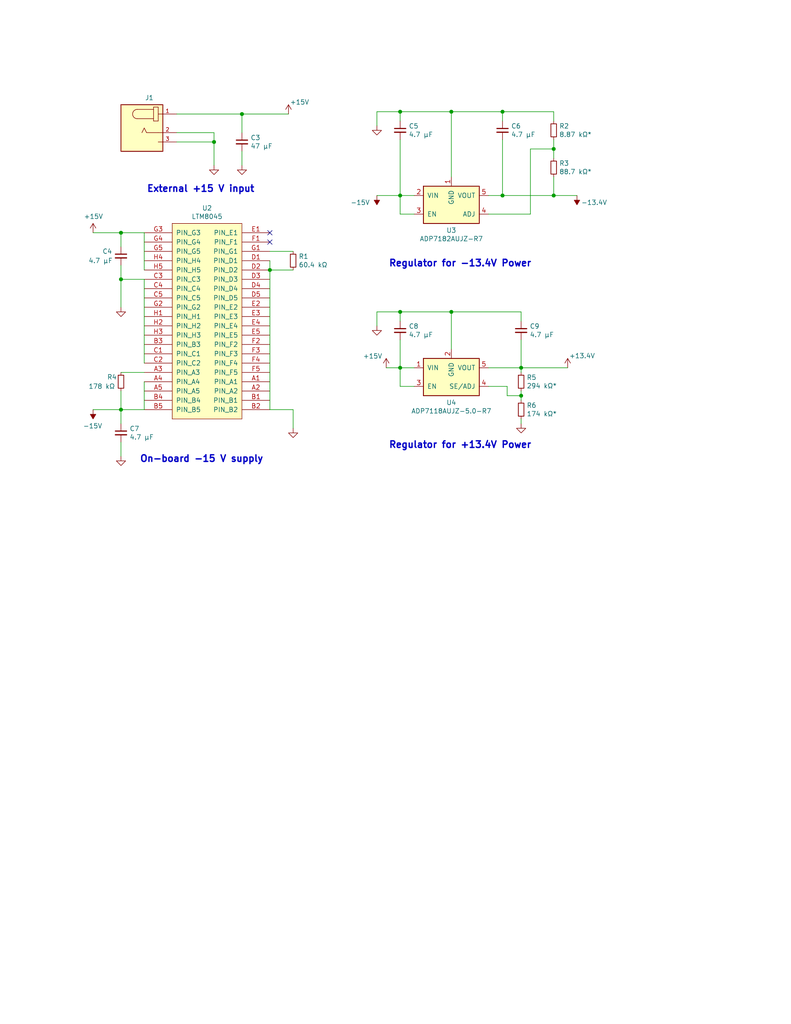
<source format=kicad_sch>
(kicad_sch (version 20230121) (generator eeschema)
  (paper "USLetter" portrait)
  (title_block (title "MYSTAT") (date "2024-05-04") (rev "1") (company "USB-Controlled Potentiostat/Galvanostat") (comment 1 "Based on TDSTATv3 designed by Thomas Dobbelaere") (comment 2 "by Matthew Yates"))
  (lib_symbols
    (symbol "Device:C_Small" (pin_numbers hide) (pin_names (offset 0.254) hide)
      (property "Reference" "C" (at 0.254 1.778 0))
      (property "Value" "C_Small" (at 0.254 -2.032 0))
      (symbol "C_Small_0_1"
        (polyline (pts (xy -1.524 -0.508) (xy 1.524 -0.508)) (stroke (width 0.3302)))
        (polyline (pts (xy -1.524 0.508) (xy 1.524 0.508)) (stroke (width 0.3048)))
      )
      (symbol "C_Small_1_1"
        (pin passive line (at 0 2.54 270) (length 2.032) (name "~") (number "1"))
        (pin passive line (at 0 -2.54 90) (length 2.032) (name "~") (number "2"))
      )
    )
    (symbol "Device:R_Small" (pin_numbers hide) (pin_names (offset 0.254) hide)
      (property "Reference" "R" (at 0.762 0.508 0))
      (property "Value" "R_Small" (at 0.762 -1.016 0))
      (symbol "R_Small_0_1"
        (rectangle (start -0.762 1.778) (end 0.762 -1.778) (stroke (width 0.2032)))
      )
      (symbol "R_Small_1_1"
        (pin passive line (at 0 2.54 270) (length 0.762) (name "~") (number "1"))
        (pin passive line (at 0 -2.54 90) (length 0.762) (name "~") (number "2"))
      )
    )
    (symbol "mylib:+13.4V" (power) (pin_names (offset 0))
      (property "Value" "+13.4V" (at 0 3.556 0))
      (symbol "+13.4V_0_1"
        (polyline (pts (xy -0.762 1.27) (xy 0 2.54)))
        (polyline (pts (xy 0 0) (xy 0 2.54)))
        (polyline (pts (xy 0 2.54) (xy 0.762 1.27)))
      )
      (symbol "+13.4V_1_1"
        (pin power_in line (at 0 0 90) (length 0) hide (name "+13.4V") (number "1"))
      )
    )
    (symbol "mylib:-13.4V" (power) (pin_names (offset 0))
      (property "Value" "-13.4V" (at 0 3.81 0))
      (symbol "-13.4V_0_0"
        (pin power_in line (at 0 0 90) (length 0) hide (name "-13.4V") (number "1"))
      )
      (symbol "-13.4V_0_1"
        (polyline (pts (xy 0 0) (xy 0 1.27) (xy 0.762 1.27) (xy 0 2.54) (xy -0.762 1.27) (xy 0 1.27)) (fill (type outline)))
      )
    )
    (symbol "mylib:ADP7118AUJZ-5.0-R7" (pin_names (offset 1.016))
      (property "Reference" "U" (at 0 -7.62 0))
      (property "Value" "ADP7118AUJZ-5.0-R7" (at 0 -6.35 0))
      (symbol "ADP7118AUJZ-5.0-R7_0_1"
        (rectangle (start -7.62 5.08) (end 7.62 -5.08) (stroke (width 0.254)) (fill (type background)))
      )
      (symbol "ADP7118AUJZ-5.0-R7_1_1"
        (pin power_in line (at -10.16 2.54 0) (length 2.54) (name "VIN") (number "1"))
        (pin passive line (at 0 7.62 270) (length 2.54) (name "GND") (number "2"))
        (pin passive line (at -10.16 -2.54 0) (length 2.54) (name "EN") (number "3"))
        (pin passive line (at 10.16 -2.54 180) (length 2.54) (name "SE/ADJ") (number "4"))
        (pin power_out line (at 10.16 2.54 180) (length 2.54) (name "VOUT") (number "5"))
      )
    )
    (symbol "mylib:ADP7182AUJZ-R7" (pin_names (offset 1.016))
      (property "Reference" "U" (at 0 -7.62 0))
      (property "Value" "ADP7182AUJZ-R7" (at 0 -6.35 0))
      (symbol "ADP7182AUJZ-R7_0_1"
        (rectangle (start -7.62 5.08) (end 7.62 -5.08) (stroke (width 0.254)) (fill (type background)))
      )
      (symbol "ADP7182AUJZ-R7_1_1"
        (pin passive line (at 0 7.62 270) (length 2.54) (name "GND") (number "1"))
        (pin power_in line (at -10.16 2.54 0) (length 2.54) (name "VIN") (number "2"))
        (pin passive line (at -10.16 -2.54 0) (length 2.54) (name "EN") (number "3"))
        (pin passive line (at 10.16 -2.54 180) (length 2.54) (name "ADJ") (number "4"))
        (pin power_out line (at 10.16 2.54 180) (length 2.54) (name "VOUT") (number "5"))
      )
    )
    (symbol "mylib:LTM8045" (pin_names (offset 1.016))
      (property "Reference" "U" (at 0 -27.94 0))
      (property "Value" "LTM8045" (at 0 30.48 0))
      (symbol "LTM8045_0_1"
        (rectangle (start -10.16 27.94) (end 8.89 -25.4) (fill (type background)))
      )
      (symbol "LTM8045_1_1"
        (pin passive line (at 16.51 -15.24 180) (length 7.62) (name "PIN_A1") (number "A1"))
        (pin passive line (at 16.51 -17.78 180) (length 7.62) (name "PIN_A2") (number "A2"))
        (pin passive line (at -17.78 -12.7 0) (length 7.62) (name "PIN_A3") (number "A3"))
        (pin passive line (at -17.78 -15.24 0) (length 7.62) (name "PIN_A4") (number "A4"))
        (pin passive line (at -17.78 -17.78 0) (length 7.62) (name "PIN_A5") (number "A5"))
        (pin passive line (at 16.51 -20.32 180) (length 7.62) (name "PIN_B1") (number "B1"))
        (pin passive line (at 16.51 -22.86 180) (length 7.62) (name "PIN_B2") (number "B2"))
        (pin passive line (at -17.78 -5.08 0) (length 7.62) (name "PIN_B3") (number "B3"))
        (pin passive line (at -17.78 -20.32 0) (length 7.62) (name "PIN_B4") (number "B4"))
        (pin power_out line (at -17.78 -22.86 0) (length 7.62) (name "PIN_B5") (number "B5"))
        (pin passive line (at -17.78 -7.62 0) (length 7.62) (name "PIN_C1") (number "C1"))
        (pin passive line (at -17.78 -10.16 0) (length 7.62) (name "PIN_C2") (number "C2"))
        (pin passive line (at -17.78 12.7 0) (length 7.62) (name "PIN_C3") (number "C3"))
        (pin passive line (at -17.78 10.16 0) (length 7.62) (name "PIN_C4") (number "C4"))
        (pin passive line (at -17.78 7.62 0) (length 7.62) (name "PIN_C5") (number "C5"))
        (pin passive line (at 16.51 17.78 180) (length 7.62) (name "PIN_D1") (number "D1"))
        (pin passive line (at 16.51 15.24 180) (length 7.62) (name "PIN_D2") (number "D2"))
        (pin passive line (at 16.51 12.7 180) (length 7.62) (name "PIN_D3") (number "D3"))
        (pin passive line (at 16.51 10.16 180) (length 7.62) (name "PIN_D4") (number "D4"))
        (pin passive line (at 16.51 7.62 180) (length 7.62) (name "PIN_D5") (number "D5"))
        (pin passive line (at 16.51 25.4 180) (length 7.62) (name "PIN_E1") (number "E1"))
        (pin passive line (at 16.51 5.08 180) (length 7.62) (name "PIN_E2") (number "E2"))
        (pin passive line (at 16.51 2.54 180) (length 7.62) (name "PIN_E3") (number "E3"))
        (pin passive line (at 16.51 0 180) (length 7.62) (name "PIN_E4") (number "E4"))
        (pin passive line (at 16.51 -2.54 180) (length 7.62) (name "PIN_E5") (number "E5"))
        (pin passive line (at 16.51 22.86 180) (length 7.62) (name "PIN_F1") (number "F1"))
        (pin passive line (at 16.51 -5.08 180) (length 7.62) (name "PIN_F2") (number "F2"))
        (pin passive line (at 16.51 -7.62 180) (length 7.62) (name "PIN_F3") (number "F3"))
        (pin passive line (at 16.51 -10.16 180) (length 7.62) (name "PIN_F4") (number "F4"))
        (pin passive line (at 16.51 -12.7 180) (length 7.62) (name "PIN_F5") (number "F5"))
        (pin passive line (at 16.51 20.32 180) (length 7.62) (name "PIN_G1") (number "G1"))
        (pin passive line (at -17.78 5.08 0) (length 7.62) (name "PIN_G2") (number "G2"))
        (pin power_in line (at -17.78 25.4 0) (length 7.62) (name "PIN_G3") (number "G3"))
        (pin power_in line (at -17.78 22.86 0) (length 7.62) (name "PIN_G4") (number "G4"))
        (pin power_in line (at -17.78 20.32 0) (length 7.62) (name "PIN_G5") (number "G5"))
        (pin passive line (at -17.78 2.54 0) (length 7.62) (name "PIN_H1") (number "H1"))
        (pin passive line (at -17.78 0 0) (length 7.62) (name "PIN_H2") (number "H2"))
        (pin passive line (at -17.78 -2.54 0) (length 7.62) (name "PIN_H3") (number "H3"))
        (pin power_in line (at -17.78 17.78 0) (length 7.62) (name "PIN_H4") (number "H4"))
        (pin power_in line (at -17.78 15.24 0) (length 7.62) (name "PIN_H5") (number "H5"))
      )
    )
    (symbol "mylib:PJ-063AH" (pin_names (offset 1.016) hide)
      (property "Reference" "J" (at -5.08 6.35 0))
      (symbol "PJ-063AH_0_0"
        (arc (start -5.715 3.81) (mid -6.9794 2.54) (end -5.715 1.27) (stroke (width 0.1524)))
        (polyline (pts (xy -5.715 3.81) (xy -1.27 3.81)) (stroke (width 0.1524)))
        (polyline (pts (xy -3.81 -1.27) (xy -4.445 -2.54)) (stroke (width 0.1524)))
        (polyline (pts (xy -3.175 -2.54) (xy -3.81 -1.27)) (stroke (width 0.1524)))
        (polyline (pts (xy -1.27 0.635) (xy 0 0.635)) (stroke (width 0.1524)))
        (polyline (pts (xy -1.27 1.27) (xy -5.715 1.27)) (stroke (width 0.1524)))
        (polyline (pts (xy -1.27 1.27) (xy -1.27 0.635)) (stroke (width 0.1524)))
        (polyline (pts (xy -1.27 3.81) (xy -1.27 1.27)) (stroke (width 0.1524)))
        (polyline (pts (xy -1.27 4.445) (xy -1.27 3.81)) (stroke (width 0.1524)))
        (polyline (pts (xy 0 -2.54) (xy -3.175 -2.54)) (stroke (width 0.1524)))
        (polyline (pts (xy 0 0.635) (xy 0 4.445)) (stroke (width 0.1524)))
        (polyline (pts (xy 0 4.445) (xy -1.27 4.445)) (stroke (width 0.1524)))
        (pin power_out line (at 5.08 2.54 180) (length 5.08) (name "1") (number "1"))
        (pin passive line (at 5.08 -2.54 180) (length 5.08) (name "2") (number "2"))
        (pin passive line (at 5.08 -5.08 180) (length 5.08) (name "SHIELD") (number "3"))
      )
      (symbol "PJ-063AH_1_1"
        (rectangle (start -10.16 5.08) (end 1.27 -7.62) (stroke (width 0.254)) (fill (type background)))
      )
    )
    (symbol "power:+15V" (power) (pin_names (offset 0))
      (property "Value" "+15V" (at 0 3.556 0))
      (symbol "+15V_0_1"
        (polyline (pts (xy -0.762 1.27) (xy 0 2.54)))
        (polyline (pts (xy 0 0) (xy 0 2.54)))
        (polyline (pts (xy 0 2.54) (xy 0.762 1.27)))
      )
      (symbol "+15V_1_1"
        (pin power_in line (at 0 0 90) (length 0) hide (name "+15V") (number "1"))
      )
    )
    (symbol "power:-15V" (power) (pin_names (offset 0))
      (property "Value" "-15V" (at 0 3.81 0))
      (symbol "-15V_0_0"
        (pin power_in line (at 0 0 90) (length 0) hide (name "-15V") (number "1"))
      )
      (symbol "-15V_0_1"
        (polyline (pts (xy 0 0) (xy 0 1.27) (xy 0.762 1.27) (xy 0 2.54) (xy -0.762 1.27) (xy 0 1.27)) (fill (type outline)))
      )
    )
    (symbol "power:GND" (power) (pin_names (offset 0))
      (property "Value" "GND" (at 0 -3.81 0))
      (symbol "GND_0_1"
        (polyline (pts (xy 0 0) (xy 0 -1.27) (xy 1.27 -1.27) (xy 0 -2.54) (xy -1.27 -1.27) (xy 0 -1.27)))
      )
      (symbol "GND_1_1"
        (pin power_in line (at 0 0 270) (length 0) hide (name "GND") (number "1"))
      )
    )
  )
  (junction (at 109.22 85.09))
  (junction (at 137.16 30.48))
  (junction (at 142.24 107.95))
  (junction (at 109.22 30.48))
  (junction (at 73.66 73.66))
  (junction (at 151.13 53.34))
  (junction (at 66.04 31.115))
  (junction (at 33.02 76.2))
  (junction (at 109.22 53.34))
  (junction (at 137.16 53.34))
  (junction (at 123.19 30.48))
  (junction (at 123.19 85.09))
  (junction (at 58.42 38.735))
  (junction (at 33.02 63.5))
  (junction (at 33.02 111.76))
  (junction (at 109.22 100.33))
  (junction (at 151.13 40.64))
  (junction (at 142.24 100.33))
  (no_connect (at 73.66 63.5))
  (no_connect (at 73.66 66.04))
  (wire (pts (xy 48.26 38.735) (xy 58.42 38.735)))
  (wire (pts (xy 113.03 100.33) (xy 109.22 100.33)))
  (wire (pts (xy 137.16 33.02) (xy 137.16 30.48)))
  (wire (pts (xy 109.22 100.33) (xy 105.41 100.33)))
  (wire (pts (xy 151.13 53.34) (xy 137.16 53.34)))
  (wire (pts (xy 66.04 41.275) (xy 66.04 45.085)))
  (wire (pts (xy 33.02 106.68) (xy 33.02 111.76)))
  (wire (pts (xy 151.13 40.64) (xy 151.13 43.18)))
  (wire (pts (xy 109.22 38.1) (xy 109.22 53.34)))
  (wire (pts (xy 137.16 30.48) (xy 123.19 30.48)))
  (wire (pts (xy 109.22 85.09) (xy 102.87 85.09)))
  (wire (pts (xy 58.42 36.195) (xy 58.42 38.735)))
  (wire (pts (xy 33.02 111.76) (xy 25.4 111.76)))
  (wire (pts (xy 109.22 85.09) (xy 123.19 85.09)))
  (wire (pts (xy 138.43 105.41) (xy 133.35 105.41)))
  (wire (pts (xy 48.26 36.195) (xy 58.42 36.195)))
  (wire (pts (xy 39.37 101.6) (xy 33.02 101.6)))
  (wire (pts (xy 33.02 72.39) (xy 33.02 76.2)))
  (wire (pts (xy 142.24 114.3) (xy 142.24 115.57)))
  (wire (pts (xy 39.37 111.76) (xy 33.02 111.76)))
  (wire (pts (xy 142.24 100.33) (xy 142.24 101.6)))
  (wire (pts (xy 109.22 105.41) (xy 113.03 105.41)))
  (wire (pts (xy 73.66 73.66) (xy 73.66 111.76)))
  (wire (pts (xy 58.42 38.735) (xy 58.42 45.085)))
  (wire (pts (xy 109.22 58.42) (xy 109.22 53.34)))
  (wire (pts (xy 133.35 100.33) (xy 142.24 100.33)))
  (wire (pts (xy 144.78 40.64) (xy 151.13 40.64)))
  (wire (pts (xy 66.04 36.195) (xy 66.04 31.115)))
  (wire (pts (xy 109.22 53.34) (xy 113.03 53.34)))
  (wire (pts (xy 33.02 76.2) (xy 33.02 83.82)))
  (wire (pts (xy 123.19 48.26) (xy 123.19 30.48)))
  (wire (pts (xy 39.37 104.14) (xy 39.37 111.76)))
  (wire (pts (xy 109.22 85.09) (xy 109.22 87.63)))
  (wire (pts (xy 33.02 120.65) (xy 33.02 124.46)))
  (wire (pts (xy 109.22 30.48) (xy 109.22 33.02)))
  (wire (pts (xy 39.37 76.2) (xy 39.37 99.06)))
  (wire (pts (xy 73.66 68.58) (xy 80.01 68.58)))
  (wire (pts (xy 151.13 38.1) (xy 151.13 40.64)))
  (wire (pts (xy 151.13 33.02) (xy 151.13 30.48)))
  (wire (pts (xy 137.16 38.1) (xy 137.16 53.34)))
  (wire (pts (xy 137.16 53.34) (xy 133.35 53.34)))
  (wire (pts (xy 151.13 48.26) (xy 151.13 53.34)))
  (wire (pts (xy 123.19 30.48) (xy 109.22 30.48)))
  (wire (pts (xy 80.01 111.76) (xy 80.01 116.84)))
  (wire (pts (xy 73.66 73.66) (xy 80.01 73.66)))
  (wire (pts (xy 123.19 95.25) (xy 123.19 85.09)))
  (wire (pts (xy 123.19 85.09) (xy 142.24 85.09)))
  (wire (pts (xy 33.02 63.5) (xy 33.02 67.31)))
  (wire (pts (xy 113.03 58.42) (xy 109.22 58.42)))
  (wire (pts (xy 73.66 71.12) (xy 73.66 73.66)))
  (wire (pts (xy 109.22 30.48) (xy 102.87 30.48)))
  (wire (pts (xy 66.04 31.115) (xy 78.74 31.115)))
  (wire (pts (xy 142.24 100.33) (xy 154.94 100.33)))
  (wire (pts (xy 142.24 106.68) (xy 142.24 107.95)))
  (wire (pts (xy 39.37 76.2) (xy 33.02 76.2)))
  (wire (pts (xy 151.13 30.48) (xy 137.16 30.48)))
  (wire (pts (xy 142.24 92.71) (xy 142.24 100.33)))
  (wire (pts (xy 39.37 63.5) (xy 33.02 63.5)))
  (wire (pts (xy 109.22 92.71) (xy 109.22 100.33)))
  (wire (pts (xy 102.87 85.09) (xy 102.87 88.9)))
  (wire (pts (xy 102.87 53.34) (xy 109.22 53.34)))
  (wire (pts (xy 142.24 107.95) (xy 142.24 109.22)))
  (wire (pts (xy 109.22 100.33) (xy 109.22 105.41)))
  (wire (pts (xy 133.35 58.42) (xy 144.78 58.42)))
  (wire (pts (xy 142.24 87.63) (xy 142.24 85.09)))
  (wire (pts (xy 102.87 30.48) (xy 102.87 34.29)))
  (wire (pts (xy 33.02 63.5) (xy 25.4 63.5)))
  (wire (pts (xy 48.26 31.115) (xy 66.04 31.115)))
  (wire (pts (xy 33.02 111.76) (xy 33.02 115.57)))
  (wire (pts (xy 73.66 111.76) (xy 80.01 111.76)))
  (wire (pts (xy 39.37 63.5) (xy 39.37 73.66)))
  (wire (pts (xy 151.13 53.34) (xy 157.48 53.34)))
  (wire (pts (xy 142.24 107.95) (xy 138.43 107.95)))
  (wire (pts (xy 144.78 58.42) (xy 144.78 40.64)))
  (wire (pts (xy 138.43 107.95) (xy 138.43 105.41)))
  (text "Regulator for -13.4V Power" (at 106.045 73.025 0) (effects (font (size 1.8034 1.8034) (thickness 0.3607) bold) (justify left bottom)))
  (text "Regulator for +13.4V Power" (at 106.045 122.555 0) (effects (font (size 1.8034 1.8034) (thickness 0.3607) bold) (justify left bottom)))
  (text "On-board -15 V supply" (at 38.1 126.365 0) (effects (font (size 1.8034 1.8034) (thickness 0.3607) bold) (justify left bottom)))
  (text "External +15 V input" (at 40.005 52.705 0) (effects (font (size 1.8034 1.8034) (thickness 0.3607) bold) (justify left bottom)))
  (symbol (lib_id "mylib:LTM8045") (at 57.15 88.9 0) (unit 1)
    (property "Reference" "U2" (at 56.515 56.769 0))
    (property "Value" "LTM8045" (at 56.515 59.0804 0))
    (property "Footprint" "MODULE" (effects hide))
    (property "Datasheet" "DOCUMENTATION" (effects hide))
    (property "Manufacturer" "Linear Technology/Analog Devices" (effects hide))
    (property "Part Number" "LTM8045IY" (effects hide))
  )
  (symbol (lib_id "Device:R_Small") (at 80.01 71.12 0) (unit 1)
    (property "Reference" "R1" (at 81.5086 69.9516 0) (effects (justify left)))
    (property "Value" "60.4 kΩ" (at 81.5086 72.263 0) (effects (justify left)))
    (property "Footprint" "Resistor_SMD:R_0805_2012Metric" (effects hide))
    (property "Datasheet" "https://industrial.panasonic.com/cdbs/www-data/pdf/RDA0000/AOA0000C304.pdf" (effects hide))
    (property "Manufacturer" "Panasonic Electronic Components" (effects hide))
    (property "Part Number" "ERJ-6ENF6042V" (effects hide))
  )
  (symbol (lib_id "power:+15V") (at 25.4 63.5 0) (unit 1)
    (property "Reference" "#PWR07" (effects hide))
    (property "Value" "+15V" (at 22.86 59.055 0) (effects (justify left)))
  )
  (symbol (lib_id "power:-15V") (at 25.4 111.76 180) (unit 1)
    (property "Reference" "#PWR012" (effects hide))
    (property "Value" "-15V" (at 27.94 116.205 0) (effects (justify left)))
  )
  (symbol (lib_id "power:GND") (at 80.01 116.84 0) (unit 1)
    (property "Reference" "#PWR013" (effects hide))
    (property "Value" "GND" (effects hide))
  )
  (symbol (lib_id "Device:R_Small") (at 33.02 104.14 0) (unit 1)
    (property "Reference" "R4" (at 29.21 102.87 0) (effects (justify left)))
    (property "Value" "178 kΩ" (at 24.13 105.41 0) (effects (justify left)))
    (property "Footprint" "Resistor_SMD:R_0805_2012Metric" (effects hide))
    (property "Datasheet" "https://industrial.panasonic.com/cdbs/www-data/pdf/RDA0000/AOA0000C304.pdf" (effects hide))
    (property "Manufacturer" "Panasonic Electronic Components" (effects hide))
    (property "Part Number" "ERJ-6ENF1783V" (effects hide))
  )
  (symbol (lib_id "power:GND") (at 33.02 83.82 0) (unit 1)
    (property "Reference" "#PWR08" (effects hide))
    (property "Value" "GND" (effects hide))
  )
  (symbol (lib_id "Device:C_Small") (at 33.02 118.11 0) (unit 1)
    (property "Reference" "C7" (at 35.3568 116.9416 0) (effects (justify left)))
    (property "Value" "4.7 μF" (at 35.3568 119.253 0) (effects (justify left)))
    (property "Footprint" "Capacitor_SMD:C_1206_3216Metric" (effects hide))
    (property "Datasheet" "http://www.samsungsem.com/kr/support/product-search/mlcc/CL31B475KBHNNNE.jsp" (effects hide))
    (property "Manufacturer" "Samsung Electro-Mechanics" (effects hide))
    (property "Part Number" "CL31B475KBHNNNE" (effects hide))
  )
  (symbol (lib_id "power:GND") (at 33.02 124.46 0) (unit 1)
    (property "Reference" "#PWR014" (effects hide))
    (property "Value" "GND" (effects hide))
  )
  (symbol (lib_id "Device:C_Small") (at 33.02 69.85 0) (unit 1)
    (property "Reference" "C4" (at 27.94 68.58 0) (effects (justify left)))
    (property "Value" "4.7 μF" (at 24.13 71.12 0) (effects (justify left)))
    (property "Footprint" "Capacitor_SMD:C_1206_3216Metric" (effects hide))
    (property "Datasheet" "http://www.samsungsem.com/kr/support/product-search/mlcc/CL31B475KBHNNNE.jsp" (effects hide))
    (property "Manufacturer" "Samsung Electro-Mechanics" (effects hide))
    (property "Part Number" "CL31B475KBHNNNE" (effects hide))
  )
  (symbol (lib_id "power:+15V") (at 78.74 31.115 0) (unit 1)
    (property "Reference" "#PWR01" (effects hide))
    (property "Value" "+15V" (at 79.121 27.8638 0) (effects (justify left)))
  )
  (symbol (lib_id "power:GND") (at 58.42 45.085 0) (unit 1)
    (property "Reference" "#PWR05" (effects hide))
    (property "Value" "GND" (effects hide))
  )
  (symbol (lib_id "Device:C_Small") (at 66.04 38.735 0) (unit 1)
    (property "Reference" "C3" (at 68.3768 37.5666 0) (effects (justify left)))
    (property "Value" "47 μF" (at 68.3768 39.878 0) (effects (justify left)))
    (property "Footprint" "my_footprints:EEE-FT1V470AR" (effects hide))
    (property "Datasheet" "http://www.rubycon.co.jp/en/catalog/e_pdfs/aluminum/e_zlh.pdf" (effects hide))
    (property "Manufacturer" "Panasonic Electronic Components" (effects hide))
    (property "Part Number" "EEE-FT1V470AR" (effects hide))
  )
  (symbol (lib_id "power:GND") (at 66.04 45.085 0) (unit 1)
    (property "Reference" "#PWR06" (effects hide))
    (property "Value" "GND" (effects hide))
  )
  (symbol (lib_id "mylib:ADP7118AUJZ-5.0-R7") (at 123.19 102.87 0) (unit 1)
    (property "Reference" "U4" (at 123.19 109.8296 0))
    (property "Value" "ADP7118AUJZ-5.0-R7" (at 123.19 112.141 0))
    (property "Footprint" "Package_TO_SOT_SMD:TSOT-23-5" (effects hide))
    (property "Datasheet" "http://www.analog.com/media/en/technical-documentation/data-sheets/ADP7118.pdf" (effects hide))
    (property "Manufacturer" "Analog Devices Inc." (effects hide))
    (property "Part Number" "ADP7118AUJZ-5.0-R7" (effects hide))
  )
  (symbol (lib_id "Device:C_Small") (at 109.22 90.17 0) (unit 1)
    (property "Reference" "C8" (at 111.5568 89.0016 0) (effects (justify left)))
    (property "Value" "4.7 µF" (at 111.5568 91.313 0) (effects (justify left)))
    (property "Footprint" "Capacitor_SMD:C_0805_2012Metric" (effects hide))
    (property "Datasheet" "https://product.tdk.com/info/en/catalog/datasheets/mlcc_commercial_general_en.pdf" (effects hide))
    (property "Manufacturer" "TDK Corporation" (effects hide))
    (property "Part Number" "C2012X7R1V475K125AC" (effects hide))
  )
  (symbol (lib_id "Device:C_Small") (at 142.24 90.17 0) (unit 1)
    (property "Reference" "C9" (at 144.5768 89.0016 0) (effects (justify left)))
    (property "Value" "4.7 µF" (at 144.5768 91.313 0) (effects (justify left)))
    (property "Footprint" "Capacitor_SMD:C_0805_2012Metric" (effects hide))
    (property "Datasheet" "https://product.tdk.com/info/en/catalog/datasheets/mlcc_commercial_general_en.pdf" (effects hide))
    (property "Manufacturer" "TDK Corporation" (effects hide))
    (property "Part Number" "C2012X7R1V475K125AC" (effects hide))
  )
  (symbol (lib_id "power:GND") (at 102.87 88.9 0) (unit 1)
    (property "Reference" "#PWR015" (effects hide))
    (property "Value" "GND" (effects hide))
  )
  (symbol (lib_id "power:+15V") (at 105.41 100.33 0) (unit 1)
    (property "Reference" "#PWR016" (effects hide))
    (property "Value" "+15V" (at 99.06 97.155 0) (effects (justify left)))
  )
  (symbol (lib_id "power:-15V") (at 102.87 53.34 180) (unit 1)
    (property "Reference" "#PWR010" (effects hide))
    (property "Value" "-15V" (at 100.965 55.245 0) (effects (justify left)))
  )
  (symbol (lib_id "Device:R_Small") (at 142.24 104.14 0) (unit 1)
    (property "Reference" "R5" (at 143.7386 102.9716 0) (effects (justify left)))
    (property "Value" "294 kΩ*" (at 143.7386 105.283 0) (effects (justify left)))
    (property "Footprint" "Resistor_SMD:R_0805_2012Metric" (effects hide))
    (property "Datasheet" "https://industrial.panasonic.com/cdbs/www-data/pdf/RDM0000/AOA0000C328.pdf" (effects hide))
    (property "Manufacturer" "Panasonic Electronic Components" (effects hide))
    (property "Part Number" "ERJ-PB6B2943V" (effects hide))
  )
  (symbol (lib_id "Device:R_Small") (at 142.24 111.76 0) (unit 1)
    (property "Reference" "R6" (at 143.7386 110.5916 0) (effects (justify left)))
    (property "Value" "174 kΩ*" (at 143.7386 112.903 0) (effects (justify left)))
    (property "Footprint" "Resistor_SMD:R_0805_2012Metric" (effects hide))
    (property "Datasheet" "https://industrial.panasonic.com/cdbs/www-data/pdf/RDM0000/AOA0000C328.pdf" (effects hide))
    (property "Manufacturer" "Panasonic Electronic Components" (effects hide))
    (property "Part Number" "ERJ-PB6B1743V" (effects hide))
  )
  (symbol (lib_id "mylib:ADP7182AUJZ-R7") (at 123.19 55.88 0) (unit 1)
    (property "Reference" "U3" (at 123.19 62.8396 0))
    (property "Value" "ADP7182AUJZ-R7" (at 123.19 65.151 0))
    (property "Footprint" "Package_TO_SOT_SMD:TSOT-23-5" (effects hide))
    (property "Datasheet" "http://www.analog.com/media/en/technical-documentation/data-sheets/ADP7182.pdf" (effects hide))
    (property "Manufacturer" "Analog Devices Inc." (effects hide))
    (property "Part Number" "ADP7182AUJZ-R7" (effects hide))
  )
  (symbol (lib_id "Device:C_Small") (at 109.22 35.56 0) (unit 1)
    (property "Reference" "C5" (at 111.5568 34.3916 0) (effects (justify left)))
    (property "Value" "4.7 µF" (at 111.5568 36.703 0) (effects (justify left)))
    (property "Footprint" "Capacitor_SMD:C_0805_2012Metric" (effects hide))
    (property "Datasheet" "https://product.tdk.com/info/en/catalog/datasheets/mlcc_commercial_general_en.pdf" (effects hide))
    (property "Manufacturer" "TDK Corporation" (effects hide))
    (property "Part Number" "C2012X7R1V475K125AC" (effects hide))
  )
  (symbol (lib_id "Device:C_Small") (at 137.16 35.56 0) (unit 1)
    (property "Reference" "C6" (at 139.4968 34.3916 0) (effects (justify left)))
    (property "Value" "4.7 µF" (at 139.4968 36.703 0) (effects (justify left)))
    (property "Footprint" "Capacitor_SMD:C_0805_2012Metric" (effects hide))
    (property "Datasheet" "https://product.tdk.com/info/en/catalog/datasheets/mlcc_commercial_general_en.pdf" (effects hide))
    (property "Manufacturer" "TDK Corporation" (effects hide))
    (property "Part Number" "C2012X7R1V475K125AC" (effects hide))
  )
  (symbol (lib_id "mylib:+13.4V") (at 154.94 100.33 0) (unit 1)
    (property "Reference" "#PWR017" (effects hide))
    (property "Value" "+13.4V" (at 155.321 97.0788 0) (effects (justify left)))
  )
  (symbol (lib_id "power:GND") (at 102.87 34.29 0) (unit 1)
    (property "Reference" "#PWR09" (effects hide))
    (property "Value" "GND" (effects hide))
  )
  (symbol (lib_id "power:GND") (at 142.24 115.57 0) (unit 1)
    (property "Reference" "#PWR018" (effects hide))
    (property "Value" "GND" (effects hide))
  )
  (symbol (lib_id "Device:R_Small") (at 151.13 35.56 0) (unit 1)
    (property "Reference" "R2" (at 152.6286 34.3916 0) (effects (justify left)))
    (property "Value" "8.87 kΩ*" (at 152.6286 36.703 0) (effects (justify left)))
    (property "Footprint" "Resistor_SMD:R_0805_2012Metric" (effects hide))
    (property "Datasheet" "https://industrial.panasonic.com/cdbs/www-data/pdf/RDM0000/AOA0000C307.pdf" (effects hide))
    (property "Manufacturer" "Panasonic Electronic Components" (effects hide))
    (property "Part Number" "ERA-6AEB8871V" (effects hide))
  )
  (symbol (lib_id "Device:R_Small") (at 151.13 45.72 0) (unit 1)
    (property "Reference" "R3" (at 152.6286 44.5516 0) (effects (justify left)))
    (property "Value" "88.7 kΩ*" (at 152.6286 46.863 0) (effects (justify left)))
    (property "Footprint" "Resistor_SMD:R_0805_2012Metric" (effects hide))
    (property "Datasheet" "https://industrial.panasonic.com/cdbs/www-data/pdf/RDM0000/AOA0000C328.pdf" (effects hide))
    (property "Manufacturer" "Panasonic Electronic Components" (effects hide))
    (property "Part Number" "ERJ-PB6B8872V" (effects hide))
  )
  (symbol (lib_id "mylib:-13.4V") (at 157.48 53.34 180) (unit 1)
    (property "Reference" "#PWR011" (effects hide))
    (property "Value" "-13.4V" (at 165.735 55.245 0) (effects (justify left)))
  )
  (symbol (lib_id "mylib:PJ-063AH") (at 43.18 33.655 0) (unit 1)
    (property "Reference" "J1" (at 40.767 26.67 0))
    (property "Value" "PJ-063AH" (effects hide))
    (property "Footprint" "my_footprints:CUI_PJ-063AH" (effects hide))
    (property "Datasheet" "https://www.cui.com/product/resource/digikeypdf/pj-063ah.pdf" (effects hide))
    (property "Manufacturer" "CUI Inc." (effects hide))
    (property "Part Number" "PJ-063AH" (effects hide))
  )
)
</source>
